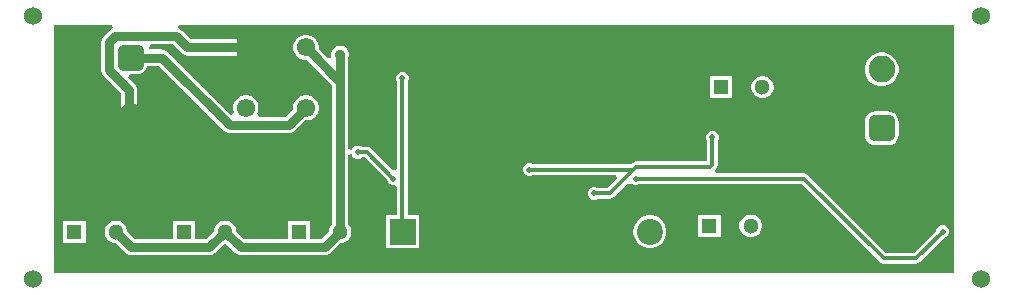
<source format=gbl>
G04*
G04 #@! TF.GenerationSoftware,Altium Limited,Altium Designer,24.5.2 (23)*
G04*
G04 Layer_Physical_Order=2*
G04 Layer_Color=16711680*
%FSLAX44Y44*%
%MOMM*%
G71*
G04*
G04 #@! TF.SameCoordinates,94DAE4BB-7CB6-4CAD-B1A7-A745C2884CEA*
G04*
G04*
G04 #@! TF.FilePolarity,Positive*
G04*
G01*
G75*
%ADD24R,2.2000X2.2000*%
%ADD25C,2.2000*%
%ADD26C,1.3000*%
%ADD27R,1.3000X1.3000*%
%ADD31R,1.5500X1.5500*%
%ADD32C,1.5500*%
%ADD35C,0.7500*%
%ADD36C,0.3000*%
%ADD37C,1.5240*%
G04:AMPARAMS|DCode=38|XSize=2.25mm|YSize=2.25mm|CornerRadius=0.5625mm|HoleSize=0mm|Usage=FLASHONLY|Rotation=90.000|XOffset=0mm|YOffset=0mm|HoleType=Round|Shape=RoundedRectangle|*
%AMROUNDEDRECTD38*
21,1,2.2500,1.1250,0,0,90.0*
21,1,1.1250,2.2500,0,0,90.0*
1,1,1.1250,0.5625,0.5625*
1,1,1.1250,0.5625,-0.5625*
1,1,1.1250,-0.5625,-0.5625*
1,1,1.1250,-0.5625,0.5625*
%
%ADD38ROUNDEDRECTD38*%
%ADD39C,2.2500*%
%ADD40C,0.9000*%
%ADD41C,0.5000*%
G36*
X800000Y25000D02*
X37500D01*
Y235000D01*
X87152D01*
X87631Y232076D01*
X85989Y231396D01*
X84579Y230314D01*
X84579Y230314D01*
X79686Y225421D01*
X78604Y224011D01*
X77924Y222369D01*
X77808Y221488D01*
X77692Y220607D01*
X77692Y220606D01*
Y196749D01*
X77692Y196749D01*
X77808Y195868D01*
X77924Y194987D01*
X78604Y193345D01*
X79686Y191935D01*
X94441Y177180D01*
Y158751D01*
X94441Y158751D01*
X94557Y157870D01*
X94673Y156989D01*
X95353Y155347D01*
X96435Y153937D01*
X97686Y152686D01*
X99096Y151604D01*
X100738Y150924D01*
X102500Y150692D01*
X104262Y150924D01*
X105904Y151604D01*
X107314Y152686D01*
X108396Y154096D01*
X109076Y155738D01*
X109308Y157500D01*
X109076Y159262D01*
X108396Y160904D01*
X108057Y161346D01*
Y180000D01*
X108057Y180000D01*
X107941Y180881D01*
X107825Y181762D01*
X107543Y182442D01*
X107145Y183404D01*
X106063Y184814D01*
X106063Y184814D01*
X100473Y190404D01*
X101622Y193176D01*
X108125D01*
X110377Y193472D01*
X112475Y194341D01*
X114276Y195723D01*
X115659Y197525D01*
X116528Y199623D01*
X116669Y200692D01*
X126612D01*
X181617Y145686D01*
X183027Y144604D01*
X184669Y143924D01*
X186432Y143692D01*
X186432Y143692D01*
X236500D01*
X236500Y143692D01*
X237381Y143808D01*
X238262Y143924D01*
X239904Y144604D01*
X241314Y145686D01*
X249878Y154250D01*
X252415D01*
X255149Y154983D01*
X257601Y156398D01*
X259602Y158399D01*
X261017Y160851D01*
X261750Y163585D01*
Y166415D01*
X261017Y169149D01*
X259602Y171601D01*
X257601Y173602D01*
X255149Y175018D01*
X252415Y175750D01*
X249585D01*
X246851Y175018D01*
X244399Y173602D01*
X242398Y171601D01*
X240983Y169149D01*
X240250Y166415D01*
Y163878D01*
X233680Y157308D01*
X211436D01*
X209704Y160308D01*
X210017Y160851D01*
X210750Y163585D01*
Y166415D01*
X210017Y169149D01*
X208602Y171601D01*
X206601Y173602D01*
X204149Y175018D01*
X201415Y175750D01*
X198585D01*
X195851Y175018D01*
X193399Y173602D01*
X191398Y171601D01*
X189982Y169149D01*
X189250Y166415D01*
Y163585D01*
X189982Y160851D01*
X190024Y160778D01*
X187624Y158936D01*
X134246Y212314D01*
X132836Y213396D01*
X131194Y214076D01*
X130313Y214192D01*
X129432Y214308D01*
X129431Y214308D01*
X119077D01*
X118320Y215709D01*
X120118Y218692D01*
X138305D01*
X145810Y211186D01*
X145810Y211186D01*
X147220Y210104D01*
X148862Y209424D01*
X149743Y209308D01*
X150624Y209192D01*
X150625Y209192D01*
X200000D01*
X201762Y209424D01*
X203404Y210104D01*
X204814Y211186D01*
X205896Y212596D01*
X206576Y214238D01*
X206808Y216000D01*
X206576Y217762D01*
X205896Y219404D01*
X204814Y220814D01*
X203404Y221896D01*
X201762Y222577D01*
X200000Y222808D01*
X153444D01*
X145939Y230314D01*
X144529Y231396D01*
X142887Y232076D01*
X143366Y235000D01*
X800000D01*
Y25000D01*
D02*
G37*
%LPC*%
G36*
X740376Y211750D02*
X736624D01*
X732999Y210779D01*
X729750Y208903D01*
X727097Y206250D01*
X725221Y203000D01*
X724250Y199376D01*
Y195624D01*
X725221Y192000D01*
X727097Y188750D01*
X729750Y186097D01*
X732999Y184221D01*
X736624Y183250D01*
X740376D01*
X744000Y184221D01*
X747249Y186097D01*
X749902Y188750D01*
X751779Y192000D01*
X752750Y195624D01*
Y199376D01*
X751779Y203000D01*
X749902Y206250D01*
X747249Y208903D01*
X744000Y210779D01*
X740376Y211750D01*
D02*
G37*
G36*
X638751Y192000D02*
X636250D01*
X633833Y191353D01*
X631667Y190102D01*
X629898Y188333D01*
X628648Y186167D01*
X628000Y183751D01*
Y181250D01*
X628648Y178833D01*
X629898Y176667D01*
X631667Y174898D01*
X633833Y173648D01*
X636250Y173000D01*
X638751D01*
X641167Y173648D01*
X643333Y174898D01*
X645102Y176667D01*
X646353Y178833D01*
X647000Y181250D01*
Y183751D01*
X646353Y186167D01*
X645102Y188333D01*
X643333Y190102D01*
X641167Y191353D01*
X638751Y192000D01*
D02*
G37*
G36*
X612000D02*
X593000D01*
Y173000D01*
X612000D01*
Y192000D01*
D02*
G37*
G36*
X744125Y161824D02*
X732875D01*
X730623Y161528D01*
X728525Y160659D01*
X726723Y159276D01*
X725341Y157475D01*
X724472Y155377D01*
X724175Y153125D01*
Y141875D01*
X724472Y139623D01*
X725341Y137525D01*
X726723Y135724D01*
X728525Y134341D01*
X730623Y133472D01*
X732875Y133176D01*
X744125D01*
X746376Y133472D01*
X748474Y134341D01*
X750276Y135724D01*
X751659Y137525D01*
X752528Y139623D01*
X752824Y141875D01*
Y153125D01*
X752528Y155377D01*
X751659Y157475D01*
X750276Y159276D01*
X748474Y160659D01*
X746376Y161528D01*
X744125Y161824D01*
D02*
G37*
G36*
X596094Y145500D02*
X593906D01*
X591884Y144663D01*
X590337Y143116D01*
X589500Y141094D01*
Y138906D01*
X590337Y136884D01*
X590412Y136810D01*
Y119588D01*
X530808D01*
X529052Y119239D01*
X527563Y118244D01*
X526407Y117088D01*
X443190D01*
X443116Y117163D01*
X441094Y118000D01*
X438906D01*
X436884Y117163D01*
X435337Y115616D01*
X434500Y113594D01*
Y111406D01*
X435337Y109384D01*
X436884Y107837D01*
X438906Y107000D01*
X441094D01*
X443116Y107837D01*
X443190Y107912D01*
X513311D01*
X514459Y105140D01*
X506407Y97088D01*
X498190D01*
X498116Y97163D01*
X496094Y98000D01*
X493906D01*
X491884Y97163D01*
X490337Y95616D01*
X489500Y93594D01*
Y91406D01*
X490337Y89384D01*
X491884Y87837D01*
X493906Y87000D01*
X496094D01*
X498116Y87837D01*
X498190Y87912D01*
X508308D01*
X510063Y88261D01*
X511552Y89256D01*
X522877Y100581D01*
X526720Y100501D01*
X526884Y100337D01*
X528906Y99500D01*
X531094D01*
X533116Y100337D01*
X533190Y100412D01*
X670600D01*
X736756Y34256D01*
X738244Y33261D01*
X740000Y32912D01*
X767500D01*
X769256Y33261D01*
X770744Y34256D01*
X790989Y54500D01*
X791094D01*
X793115Y55337D01*
X794663Y56884D01*
X795500Y58906D01*
Y61094D01*
X794663Y63116D01*
X793115Y64663D01*
X791094Y65500D01*
X788906D01*
X786885Y64663D01*
X785337Y63116D01*
X784500Y61094D01*
Y60989D01*
X765600Y42088D01*
X741900D01*
X675744Y108244D01*
X674256Y109239D01*
X672500Y109588D01*
X598497D01*
X597319Y112588D01*
X598244Y113513D01*
X599239Y115002D01*
X599588Y116757D01*
Y136810D01*
X599663Y136884D01*
X600500Y138906D01*
Y141094D01*
X599663Y143116D01*
X598116Y144663D01*
X596094Y145500D01*
D02*
G37*
G36*
X628751Y74500D02*
X626250D01*
X623833Y73852D01*
X621667Y72602D01*
X619898Y70833D01*
X618648Y68667D01*
X618000Y66251D01*
Y63749D01*
X618648Y61333D01*
X619898Y59167D01*
X621667Y57398D01*
X623833Y56147D01*
X626250Y55500D01*
X628751D01*
X631167Y56147D01*
X633333Y57398D01*
X635102Y59167D01*
X636353Y61333D01*
X637000Y63749D01*
Y66251D01*
X636353Y68667D01*
X635102Y70833D01*
X633333Y72602D01*
X631167Y73852D01*
X628751Y74500D01*
D02*
G37*
G36*
X602000D02*
X583000D01*
Y55500D01*
X602000D01*
Y74500D01*
D02*
G37*
G36*
X64500Y69500D02*
X45500D01*
Y50500D01*
X64500D01*
Y69500D01*
D02*
G37*
G36*
X544043Y74000D02*
X540357D01*
X536796Y73046D01*
X533604Y71203D01*
X530997Y68596D01*
X529154Y65404D01*
X528200Y61843D01*
Y58157D01*
X529154Y54596D01*
X530997Y51404D01*
X533604Y48797D01*
X536796Y46954D01*
X540357Y46000D01*
X544043D01*
X547604Y46954D01*
X550796Y48797D01*
X553403Y51404D01*
X555246Y54596D01*
X556200Y58157D01*
Y61843D01*
X555246Y65404D01*
X553403Y68596D01*
X550796Y71203D01*
X547604Y73046D01*
X544043Y74000D01*
D02*
G37*
G36*
X252415Y226750D02*
X249585D01*
X246851Y226018D01*
X244399Y224602D01*
X242398Y222601D01*
X240983Y220150D01*
X240250Y217416D01*
Y214585D01*
X240983Y211851D01*
X242398Y209400D01*
X244399Y207398D01*
X246851Y205983D01*
X249585Y205250D01*
X252122D01*
X273192Y184180D01*
Y66627D01*
X272398Y65833D01*
X271148Y63667D01*
X270500Y61251D01*
Y60128D01*
X263930Y53558D01*
X254500D01*
Y69500D01*
X235500D01*
Y53558D01*
X198570D01*
X192000Y60128D01*
Y61251D01*
X191352Y63667D01*
X190102Y65833D01*
X188333Y67602D01*
X186167Y68853D01*
X183750Y69500D01*
X181249D01*
X178833Y68853D01*
X176667Y67602D01*
X174898Y65833D01*
X173647Y63667D01*
X173000Y61251D01*
Y60128D01*
X166430Y53558D01*
X157000D01*
Y69500D01*
X138000D01*
Y53558D01*
X106070D01*
X99500Y60128D01*
Y61251D01*
X98853Y63667D01*
X97602Y65833D01*
X95833Y67602D01*
X93667Y68853D01*
X91251Y69500D01*
X88749D01*
X86333Y68853D01*
X84167Y67602D01*
X82398Y65833D01*
X81148Y63667D01*
X80500Y61251D01*
Y58749D01*
X81148Y56333D01*
X82398Y54167D01*
X84167Y52398D01*
X86333Y51147D01*
X88749Y50500D01*
X89872D01*
X98436Y41936D01*
X98436Y41936D01*
X99846Y40854D01*
X101488Y40174D01*
X103250Y39942D01*
X169250D01*
X169250Y39942D01*
X170131Y40058D01*
X171012Y40174D01*
X172654Y40854D01*
X174064Y41936D01*
X182500Y50372D01*
X190936Y41936D01*
X190936Y41936D01*
X192346Y40854D01*
X193988Y40174D01*
X195750Y39942D01*
X266750D01*
X266750Y39942D01*
X267631Y40058D01*
X268512Y40174D01*
X270154Y40854D01*
X271564Y41936D01*
X280128Y50500D01*
X281251D01*
X283667Y51147D01*
X285833Y52398D01*
X287602Y54167D01*
X288853Y56333D01*
X289500Y58749D01*
Y61251D01*
X288853Y63667D01*
X287602Y65833D01*
X286808Y66627D01*
Y125065D01*
X289808Y125661D01*
X290337Y124384D01*
X291884Y122837D01*
X293906Y122000D01*
X296094D01*
X298116Y122837D01*
X298149Y122871D01*
X300641D01*
X319500Y104011D01*
Y103906D01*
X320337Y101884D01*
X321884Y100337D01*
X323906Y99500D01*
X326094D01*
X327912Y98285D01*
Y74000D01*
X318800D01*
Y46000D01*
X346800D01*
Y74000D01*
X337088D01*
Y186810D01*
X337163Y186884D01*
X338000Y188906D01*
Y191094D01*
X337163Y193116D01*
X335616Y194663D01*
X333594Y195500D01*
X331406D01*
X329384Y194663D01*
X327837Y193116D01*
X327000Y191094D01*
Y188906D01*
X327837Y186884D01*
X327912Y186810D01*
Y112819D01*
X324912Y111577D01*
X305786Y130703D01*
X304297Y131698D01*
X302541Y132047D01*
X298231D01*
X298116Y132163D01*
X296094Y133000D01*
X293906D01*
X291884Y132163D01*
X290337Y130616D01*
X289808Y129339D01*
X286808Y129935D01*
Y187000D01*
X286808Y187001D01*
Y206792D01*
X286989Y207105D01*
X287500Y209013D01*
Y210987D01*
X286989Y212895D01*
X286001Y214605D01*
X284605Y216001D01*
X282895Y216989D01*
X280987Y217500D01*
X279013D01*
X277105Y216989D01*
X275395Y216001D01*
X273999Y214605D01*
X273011Y212895D01*
X272500Y210987D01*
Y209013D01*
X272735Y208137D01*
X270045Y206584D01*
X261750Y214879D01*
Y217416D01*
X261017Y220150D01*
X259602Y222601D01*
X257601Y224602D01*
X255149Y226018D01*
X252415Y226750D01*
D02*
G37*
%LPD*%
D24*
X332800Y60000D02*
D03*
D25*
X542200D02*
D03*
D26*
X627500Y65000D02*
D03*
X90000Y60000D02*
D03*
X637500Y182500D02*
D03*
X182500Y60000D02*
D03*
X280000Y60000D02*
D03*
D27*
X592500Y65000D02*
D03*
X55000Y60000D02*
D03*
X602500Y182500D02*
D03*
X147500Y60000D02*
D03*
X245000Y60000D02*
D03*
D31*
X200000Y216000D02*
D03*
D32*
X251000D02*
D03*
X200000Y165000D02*
D03*
X251000D02*
D03*
D35*
Y216000D02*
X280000Y187000D01*
X280000Y187000D01*
X280000Y187000D02*
Y210000D01*
X169250Y46750D02*
X182500Y60000D01*
X103250Y46750D02*
X169250D01*
X90000Y60000D02*
X103250Y46750D01*
X195750Y46750D02*
X266750D01*
X182500Y60000D02*
X195750Y46750D01*
X266750D02*
X280000Y60000D01*
Y187000D01*
X236500Y150500D02*
X251000Y165000D01*
X102500Y207500D02*
X129432D01*
X186432Y150500D01*
X236500D01*
X141125Y225500D02*
X150624Y216000D01*
X89393Y225500D02*
X141125D01*
X84500Y220607D02*
X89393Y225500D01*
X84500Y196749D02*
Y220607D01*
X150624Y216000D02*
X200000D01*
X101249Y158751D02*
Y180000D01*
X84500Y196749D02*
X101249Y180000D01*
Y158751D02*
X102500Y157500D01*
D36*
X672500Y105000D02*
X740000Y37500D01*
X767500D02*
X790000Y60000D01*
X740000Y37500D02*
X767500D01*
X530000Y105000D02*
X672500D01*
X508308Y92500D02*
X527904Y112096D01*
X495000Y92500D02*
X508308D01*
X527904Y112096D02*
X530808Y115000D01*
X527500Y112500D02*
X527904Y112096D01*
X440000Y112500D02*
X527500D01*
X595000Y116757D02*
Y140000D01*
X530808Y115000D02*
X593243D01*
X595000Y116757D01*
X295041Y127459D02*
X302541D01*
X325000Y105000D01*
X295000Y127500D02*
X295041Y127459D01*
X332500Y60300D02*
Y190000D01*
Y60300D02*
X332800Y60000D01*
D37*
X822500Y242500D02*
D03*
Y20000D02*
D03*
X20000D02*
D03*
Y242500D02*
D03*
D38*
X738500Y147500D02*
D03*
X102500Y207500D02*
D03*
D39*
X738500Y197500D02*
D03*
X102500Y157500D02*
D03*
D40*
X280000Y210000D02*
D03*
D41*
X495000Y92500D02*
D03*
X440000Y112500D02*
D03*
X595000Y140000D02*
D03*
X530000Y105000D02*
D03*
X790000Y60000D02*
D03*
X325000Y105000D02*
D03*
X295000Y127500D02*
D03*
X332500Y190000D02*
D03*
M02*

</source>
